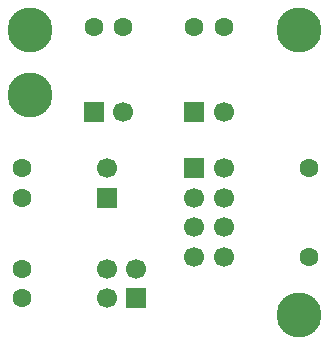
<source format=gbr>
%TF.GenerationSoftware,KiCad,Pcbnew,(7.0.0)*%
%TF.CreationDate,2023-03-06T19:44:32-05:00*%
%TF.ProjectId,Module Board,4d6f6475-6c65-4204-926f-6172642e6b69,rev?*%
%TF.SameCoordinates,Original*%
%TF.FileFunction,Soldermask,Bot*%
%TF.FilePolarity,Negative*%
%FSLAX46Y46*%
G04 Gerber Fmt 4.6, Leading zero omitted, Abs format (unit mm)*
G04 Created by KiCad (PCBNEW (7.0.0)) date 2023-03-06 19:44:32*
%MOMM*%
%LPD*%
G01*
G04 APERTURE LIST*
%ADD10C,2.600000*%
%ADD11C,1.600000*%
%ADD12R,1.700000X1.700000*%
%ADD13C,1.700000*%
%ADD14C,3.800000*%
G04 APERTURE END LIST*
D10*
%TO.C,*%
X113411000Y-63246000D03*
%TD*%
D11*
%TO.C,J1*%
X129791495Y-57531000D03*
X127291500Y-57531000D03*
D12*
X127291499Y-64711000D03*
D13*
X129791500Y-64711001D03*
%TD*%
D10*
%TO.C,REF\u002A\u002A*%
X113411000Y-57785000D03*
D14*
X113411000Y-57785000D03*
%TD*%
D11*
%TO.C,J3*%
X112707999Y-77978005D03*
X112707999Y-80478000D03*
D12*
X122387999Y-80477999D03*
D13*
X122388000Y-77978000D03*
X119888000Y-80478000D03*
X119888000Y-77978000D03*
%TD*%
D10*
%TO.C,REF\u002A\u002A*%
X113411000Y-63246000D03*
D14*
X113411000Y-63246000D03*
%TD*%
D11*
%TO.C,J2*%
X121285000Y-57531000D03*
X118785005Y-57531000D03*
D12*
X118785004Y-64711000D03*
D13*
X121285005Y-64711001D03*
%TD*%
D11*
%TO.C,J5*%
X136974001Y-76962000D03*
X136974001Y-69462015D03*
D12*
X127293999Y-69462014D03*
D13*
X127294000Y-71962015D03*
X127294000Y-74462015D03*
X127294000Y-76962015D03*
X129794000Y-69462015D03*
X129794000Y-71962015D03*
X129794000Y-74462015D03*
X129794000Y-76962015D03*
%TD*%
D11*
%TO.C,J4*%
X112711998Y-69460005D03*
X112711998Y-71960000D03*
D12*
X119891998Y-71959999D03*
D13*
X119891999Y-69460000D03*
%TD*%
D10*
%TO.C,REF\u002A\u002A*%
X136144000Y-57785000D03*
D14*
X136144000Y-57785000D03*
%TD*%
D10*
%TO.C,REF\u002A\u002A*%
X136144000Y-81915000D03*
D14*
X136144000Y-81915000D03*
%TD*%
M02*

</source>
